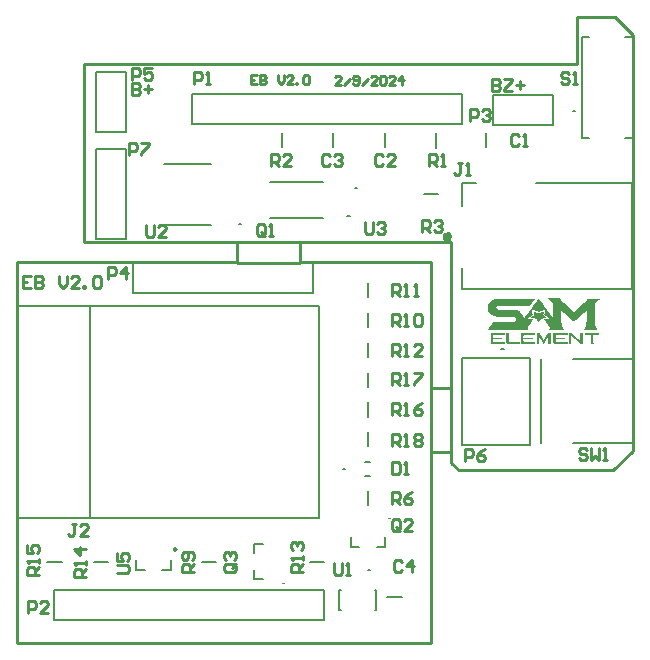
<source format=gto>
G04*
G04 #@! TF.GenerationSoftware,Altium Limited,Altium Designer,20.0.2 (26)*
G04*
G04 Layer_Color=65535*
%FSLAX25Y25*%
%MOIN*%
G70*
G01*
G75*
%ADD10C,0.00787*%
%ADD11C,0.01575*%
%ADD12C,0.00984*%
%ADD13C,0.00000*%
%ADD14C,0.00500*%
%ADD15C,0.01000*%
G36*
X212020Y161820D02*
Y161660D01*
Y161500D01*
Y161340D01*
X211860D01*
Y161180D01*
Y161020D01*
Y160860D01*
Y160700D01*
X212020D01*
X212020Y160540D01*
X212180D01*
Y160380D01*
X212500D01*
Y160220D01*
X212660D01*
Y160060D01*
X212980D01*
Y159900D01*
X212820D01*
Y159740D01*
X211700D01*
Y159580D01*
X211220D01*
Y159420D01*
X211060D01*
Y159260D01*
Y159100D01*
X210900D01*
Y158940D01*
X210740Y158940D01*
Y158780D01*
X210580Y158780D01*
Y158620D01*
X210260Y158620D01*
Y158780D01*
X210100Y158780D01*
Y158940D01*
X209940D01*
Y159100D01*
X209780D01*
Y159260D01*
Y159420D01*
X209620D01*
X209620Y159580D01*
X209140D01*
Y159740D01*
X208020D01*
Y159900D01*
X207860D01*
Y160060D01*
X208180D01*
Y160220D01*
X208340D01*
Y160380D01*
X208660D01*
Y160540D01*
X208820D01*
X208820Y160700D01*
X208980D01*
Y160860D01*
Y161020D01*
Y161180D01*
Y161340D01*
X208820D01*
Y161500D01*
Y161660D01*
Y161820D01*
Y161980D01*
X209140D01*
Y161820D01*
X209620D01*
Y161660D01*
X210260Y161660D01*
Y161500D01*
X210740D01*
Y161660D01*
X211220Y161660D01*
Y161820D01*
X211700Y161820D01*
Y161980D01*
X212020D01*
Y161820D01*
D02*
G37*
G36*
X217619Y166300D02*
X217779D01*
Y166140D01*
X217779Y165980D01*
X217779Y165820D01*
X217939D01*
Y165660D01*
X218099D01*
Y165500D01*
X218259D01*
Y165340D01*
X218419D01*
Y165180D01*
X218579D01*
Y165020D01*
X218739D01*
X218739Y164860D01*
X218899D01*
X218899Y164700D01*
X219059D01*
X219059Y164540D01*
X219219D01*
Y164380D01*
X219379D01*
Y164220D01*
X219539D01*
Y164060D01*
X219699D01*
Y163900D01*
X220019D01*
Y163740D01*
X220179Y163740D01*
Y163580D01*
X220339D01*
Y163420D01*
X220499D01*
Y163260D01*
X220659D01*
Y163100D01*
X220819D01*
Y162940D01*
X220979D01*
Y162780D01*
X221139D01*
Y162620D01*
X221299D01*
Y162460D01*
X221459D01*
Y162300D01*
X221619Y162300D01*
Y162140D01*
X221779D01*
Y161980D01*
X221939D01*
Y161820D01*
X222259Y161820D01*
X222259Y161980D01*
X222419D01*
X222419Y162140D01*
X222739D01*
Y162300D01*
X222899D01*
Y162460D01*
X223059D01*
Y162620D01*
X223219D01*
Y162780D01*
X223379D01*
Y162940D01*
X223539D01*
Y163100D01*
X223699D01*
Y163260D01*
X223859D01*
Y163420D01*
X224019D01*
Y163580D01*
X224179D01*
Y163740D01*
X224339D01*
Y163900D01*
X224499D01*
Y164060D01*
X224819D01*
Y164220D01*
X224979D01*
Y164380D01*
X225139D01*
Y164540D01*
X225299D01*
Y164700D01*
X225459D01*
Y164860D01*
X225619D01*
Y165020D01*
X225779D01*
Y165180D01*
X225939D01*
Y165340D01*
X226099D01*
Y165500D01*
X226259D01*
Y165660D01*
X226419D01*
Y165820D01*
X226579D01*
Y165980D01*
Y166140D01*
Y166300D01*
X231219D01*
Y166140D01*
X230899D01*
Y165980D01*
X230579D01*
Y165820D01*
X230259Y165820D01*
Y165660D01*
X230099D01*
Y165500D01*
X229939D01*
Y165340D01*
X229779D01*
Y165180D01*
X229619D01*
Y165020D01*
X229459D01*
Y164860D01*
Y164700D01*
X229299D01*
X229299Y164540D01*
Y164380D01*
Y164220D01*
Y164060D01*
X229139D01*
Y163900D01*
Y163740D01*
Y163580D01*
Y163420D01*
Y163260D01*
Y163100D01*
Y162940D01*
Y162780D01*
Y162620D01*
Y162460D01*
Y162300D01*
Y162140D01*
Y161980D01*
Y161820D01*
Y161660D01*
Y161500D01*
Y161340D01*
Y161180D01*
Y161020D01*
Y160860D01*
Y160700D01*
X229139Y160540D01*
Y160380D01*
Y160220D01*
Y160060D01*
Y159900D01*
Y159740D01*
Y159580D01*
X229139Y159420D01*
Y159260D01*
Y159100D01*
Y158940D01*
Y158780D01*
Y158620D01*
Y158460D01*
Y158300D01*
Y158140D01*
Y157980D01*
X229299D01*
Y157820D01*
Y157660D01*
Y157500D01*
Y157340D01*
Y157180D01*
X229459Y157180D01*
Y157020D01*
Y156860D01*
Y156700D01*
X229619D01*
Y156540D01*
Y156380D01*
X229779D01*
Y156220D01*
Y156060D01*
X229939D01*
Y155900D01*
X225459D01*
Y156060D01*
X225619D01*
Y156220D01*
X225779Y156220D01*
Y156380D01*
Y156540D01*
X225939Y156540D01*
Y156700D01*
Y156860D01*
X226099Y156860D01*
Y157020D01*
Y157180D01*
Y157340D01*
Y157500D01*
X226259D01*
Y157660D01*
Y157820D01*
Y157980D01*
Y158140D01*
Y158300D01*
Y158460D01*
Y158620D01*
X226419D01*
Y158780D01*
Y158940D01*
Y159100D01*
Y159260D01*
Y159420D01*
Y159580D01*
Y159740D01*
Y159900D01*
Y160060D01*
Y160220D01*
Y160380D01*
Y160540D01*
Y160700D01*
Y160860D01*
Y161020D01*
Y161180D01*
Y161340D01*
Y161500D01*
Y161660D01*
Y161820D01*
Y161980D01*
Y162140D01*
X226099D01*
Y161980D01*
X225939Y161980D01*
Y161820D01*
X225779D01*
Y161660D01*
X225459Y161660D01*
Y161500D01*
X225299D01*
Y161340D01*
X225139D01*
Y161180D01*
X224979D01*
Y161020D01*
X224819Y161020D01*
Y160860D01*
X224659D01*
Y160700D01*
X224499D01*
X224499Y160540D01*
X224179D01*
Y160380D01*
X224019D01*
Y160220D01*
X223859D01*
Y160060D01*
X223699D01*
Y159900D01*
X223539D01*
Y159740D01*
X223379D01*
Y159580D01*
X223219D01*
Y159420D01*
X223059D01*
Y159260D01*
X222739D01*
Y159100D01*
X222579D01*
X222579Y158940D01*
X222419D01*
Y158780D01*
X222259D01*
Y158620D01*
X222099D01*
Y158780D01*
X221779D01*
Y158940D01*
X221619D01*
Y159100D01*
X221459D01*
Y159260D01*
X221299D01*
Y159420D01*
X221139D01*
Y159580D01*
X220979D01*
Y159740D01*
X220819D01*
Y159900D01*
X220659D01*
Y160060D01*
X220499D01*
Y160220D01*
X220339D01*
Y160380D01*
X220019D01*
Y160540D01*
X219859D01*
Y160700D01*
X219699D01*
Y160860D01*
X219539D01*
Y161020D01*
X219379D01*
Y161180D01*
X219219D01*
Y161340D01*
X219059D01*
Y161500D01*
X218899D01*
Y161660D01*
X218579D01*
Y161820D01*
X218419D01*
Y161980D01*
X218259D01*
Y162140D01*
X217939D01*
Y161980D01*
Y161820D01*
Y161660D01*
Y161500D01*
Y161340D01*
Y161180D01*
Y161020D01*
Y160860D01*
Y160700D01*
Y160540D01*
Y160380D01*
Y160220D01*
Y160060D01*
Y159900D01*
Y159740D01*
Y159580D01*
Y159420D01*
Y159260D01*
Y159100D01*
Y158940D01*
Y158780D01*
Y158620D01*
Y158460D01*
Y158300D01*
Y158140D01*
X218099D01*
Y157980D01*
Y157820D01*
Y157660D01*
Y157500D01*
Y157340D01*
X218259D01*
Y157180D01*
Y157020D01*
Y156860D01*
X218419D01*
Y156700D01*
Y156540D01*
X218579D01*
Y156380D01*
Y156220D01*
X218739D01*
Y156060D01*
X218899D01*
Y155900D01*
X213939D01*
Y156060D01*
X214100D01*
Y156220D01*
Y156380D01*
Y156540D01*
Y156700D01*
Y156860D01*
X213939D01*
Y157020D01*
Y157180D01*
X213779D01*
Y157340D01*
X213619Y157340D01*
Y157500D01*
Y157660D01*
X213459D01*
Y157820D01*
X213299D01*
Y157980D01*
Y158140D01*
X213140D01*
Y158300D01*
X212980D01*
X212980Y158460D01*
X212820D01*
Y158620D01*
Y158780D01*
X212660D01*
Y158940D01*
X212500D01*
X212500Y159100D01*
Y159260D01*
X212340D01*
Y159420D01*
X213299D01*
Y159580D01*
X213939D01*
Y159740D01*
X213779D01*
Y159900D01*
X213619D01*
Y160060D01*
X213299D01*
Y160220D01*
X213140D01*
Y160380D01*
X212980D01*
Y160540D01*
X212660D01*
Y160700D01*
X212500D01*
Y160860D01*
X212340D01*
X212340Y161020D01*
Y161180D01*
Y161340D01*
X212500D01*
Y161500D01*
Y161660D01*
X212500Y161820D01*
X212500Y161980D01*
X212500Y162140D01*
Y162300D01*
X212660D01*
Y162460D01*
Y162620D01*
X212180Y162620D01*
Y162460D01*
X211700D01*
Y162300D01*
X211220Y162300D01*
Y162140D01*
X210740D01*
Y161980D01*
X210100Y161980D01*
Y162140D01*
X209620Y162140D01*
Y162300D01*
X209140D01*
Y162460D01*
X208660D01*
Y162620D01*
X208180D01*
Y162460D01*
Y162300D01*
X208340D01*
Y162140D01*
X208340Y161980D01*
X208340Y161820D01*
X208340Y161660D01*
Y161500D01*
Y161340D01*
X208500D01*
Y161180D01*
Y161020D01*
X208500Y160860D01*
X208340D01*
Y160700D01*
X208180D01*
Y160540D01*
X207860D01*
Y160380D01*
X207700D01*
Y160220D01*
X207540D01*
Y160060D01*
X207220D01*
Y159900D01*
X206900D01*
Y159740D01*
Y159580D01*
X207540D01*
Y159420D01*
X208500D01*
Y159260D01*
X208340D01*
Y159100D01*
X208340Y158940D01*
X208180D01*
Y158780D01*
X208020D01*
Y158620D01*
Y158460D01*
X207860D01*
Y158300D01*
X207700D01*
Y158140D01*
Y157980D01*
X207540D01*
Y157820D01*
X207380Y157820D01*
Y157660D01*
X207220D01*
Y157500D01*
Y157340D01*
X207060Y157340D01*
Y157180D01*
X206900D01*
Y157020D01*
Y156860D01*
Y156700D01*
X206740D01*
Y156540D01*
Y156380D01*
Y156220D01*
Y156060D01*
X206900D01*
Y155900D01*
X193621D01*
Y156060D01*
X193621Y156220D01*
X193781D01*
Y156380D01*
X193940D01*
Y156540D01*
Y156700D01*
X194100D01*
Y156860D01*
X194261D01*
Y157020D01*
Y157180D01*
X194421D01*
Y157340D01*
X194580Y157340D01*
Y157500D01*
Y157660D01*
X194740D01*
Y157820D01*
X194900D01*
Y157980D01*
Y158140D01*
X195060D01*
Y158300D01*
Y158460D01*
X202260Y158460D01*
Y158620D01*
X202580D01*
Y158780D01*
X202740D01*
Y158940D01*
X202900D01*
Y159100D01*
Y159260D01*
Y159420D01*
Y159580D01*
Y159740D01*
X202740D01*
Y159900D01*
X202580D01*
Y160060D01*
X202100D01*
Y160220D01*
X196020D01*
Y160380D01*
X195380D01*
Y160540D01*
X195060D01*
Y160700D01*
X194740D01*
Y160860D01*
X194580D01*
Y161020D01*
X194421D01*
Y161180D01*
X194100D01*
Y161340D01*
Y161500D01*
X193940D01*
Y161660D01*
X193781D01*
X193781Y161820D01*
X193781Y161980D01*
X193621D01*
X193621Y162140D01*
Y162300D01*
Y162460D01*
X193461D01*
Y162620D01*
Y162780D01*
Y162940D01*
Y163100D01*
X193461Y163260D01*
X193461Y163420D01*
X193461Y163580D01*
Y163740D01*
Y163900D01*
X193461Y164060D01*
X193621D01*
Y164220D01*
Y164380D01*
Y164540D01*
X193781D01*
Y164700D01*
Y164860D01*
X193940D01*
X193940Y165020D01*
X194100D01*
Y165180D01*
X194261D01*
Y165340D01*
X194421D01*
X194421Y165500D01*
X194580D01*
Y165660D01*
X194740D01*
Y165820D01*
X195060Y165820D01*
Y165980D01*
X195380D01*
Y166140D01*
X195860D01*
Y166300D01*
X209300Y166300D01*
Y166140D01*
X209140D01*
Y165980D01*
X208980D01*
Y165820D01*
X208820D01*
Y165660D01*
Y165500D01*
X208660D01*
Y165340D01*
X208500D01*
Y165180D01*
X208340D01*
Y165020D01*
X208180D01*
Y164860D01*
Y164700D01*
X208020D01*
Y164540D01*
X207860D01*
Y164380D01*
X207700D01*
Y164220D01*
X207540D01*
Y164060D01*
X207540Y163900D01*
X207380D01*
Y163740D01*
X196660D01*
Y163580D01*
X196500D01*
Y163420D01*
X196340D01*
Y163260D01*
Y163100D01*
X196500D01*
Y162940D01*
Y162780D01*
X196820D01*
Y162620D01*
X202900Y162620D01*
Y162460D01*
X203380D01*
Y162300D01*
X203700D01*
Y162140D01*
X204020Y162140D01*
Y161980D01*
X204180D01*
Y161820D01*
X204340Y161820D01*
Y161660D01*
X204500D01*
Y161500D01*
X204660D01*
Y161340D01*
X204820D01*
Y161180D01*
X204980D01*
Y161020D01*
Y160860D01*
X205140D01*
Y160700D01*
Y160540D01*
X205300D01*
Y160380D01*
Y160220D01*
Y160060D01*
X205460D01*
Y159900D01*
X205300D01*
Y159740D01*
X205620D01*
Y159900D01*
X205780D01*
Y160060D01*
X205940D01*
Y160220D01*
Y160380D01*
X206100D01*
Y160540D01*
X206260D01*
Y160700D01*
X206420D01*
Y160860D01*
Y161020D01*
X206580D01*
Y161180D01*
X206740D01*
Y161340D01*
X206900D01*
Y161500D01*
Y161660D01*
X207060D01*
Y161820D01*
X207220Y161820D01*
X207220Y161980D01*
X207220Y162140D01*
X207380Y162140D01*
Y162300D01*
X207540Y162300D01*
Y162460D01*
X207700D01*
Y162620D01*
Y162780D01*
X207860D01*
Y162940D01*
X208020D01*
Y163100D01*
X208180D01*
Y163260D01*
Y163420D01*
X208340D01*
X208340Y163580D01*
X208500D01*
Y163740D01*
X208660D01*
Y163900D01*
X208660Y164060D01*
X208820D01*
Y164220D01*
X208980D01*
Y164380D01*
Y164540D01*
X209140D01*
X209140Y164700D01*
X209300D01*
X209300Y164860D01*
X209460D01*
Y165020D01*
Y165180D01*
X209620D01*
Y165340D01*
X209780D01*
Y165500D01*
X209940D01*
Y165660D01*
Y165820D01*
X210100D01*
Y165980D01*
X210260D01*
Y166140D01*
X210420D01*
Y166300D01*
X210580Y166300D01*
Y166140D01*
Y165980D01*
X210740D01*
Y165820D01*
X210900Y165820D01*
Y165660D01*
Y165500D01*
X211060D01*
Y165340D01*
X211220D01*
Y165180D01*
X211380D01*
Y165020D01*
Y164860D01*
X211540D01*
Y164700D01*
X211700D01*
X211700Y164540D01*
X211860D01*
Y164380D01*
Y164220D01*
X212020D01*
Y164060D01*
X212180D01*
Y163900D01*
X212340D01*
Y163740D01*
Y163580D01*
X212500D01*
X212500Y163420D01*
X212660D01*
X212660Y163260D01*
X212660Y163100D01*
X212820D01*
Y162940D01*
X212980D01*
Y162780D01*
X213140D01*
Y162620D01*
Y162460D01*
X213299D01*
Y162300D01*
X213459D01*
Y162140D01*
X213619D01*
Y161980D01*
Y161820D01*
X213779Y161820D01*
Y161660D01*
X213939D01*
Y161500D01*
X214100D01*
Y161340D01*
Y161180D01*
X214260D01*
Y161020D01*
X214420D01*
Y160860D01*
Y160700D01*
X214580D01*
Y160540D01*
X214739D01*
Y160380D01*
X214899D01*
Y160220D01*
X215059D01*
Y160060D01*
X215219D01*
Y160220D01*
Y160380D01*
Y160540D01*
Y160700D01*
Y160860D01*
Y161020D01*
Y161180D01*
Y161340D01*
Y161500D01*
Y161660D01*
Y161820D01*
Y161980D01*
Y162140D01*
Y162300D01*
Y162460D01*
Y162620D01*
Y162780D01*
Y162940D01*
Y163100D01*
Y163260D01*
Y163420D01*
Y163580D01*
Y163740D01*
Y163900D01*
Y164060D01*
Y164220D01*
Y164380D01*
Y164540D01*
Y164700D01*
Y164860D01*
X215059D01*
Y165020D01*
X214899D01*
Y165180D01*
X214739D01*
Y165340D01*
X214580D01*
Y165500D01*
X214260D01*
Y165660D01*
X214100D01*
Y165820D01*
X213939D01*
Y165980D01*
X213779D01*
Y166140D01*
X213619D01*
Y166300D01*
X213459D01*
Y166460D01*
X217619D01*
Y166300D01*
D02*
G37*
G36*
X214420Y154780D02*
Y154620D01*
X214420Y154460D01*
Y154300D01*
Y154140D01*
Y153980D01*
Y153820D01*
Y153660D01*
Y153500D01*
Y153340D01*
Y153180D01*
Y153020D01*
Y152860D01*
Y152700D01*
Y152541D01*
Y152381D01*
Y152220D01*
Y152060D01*
Y151900D01*
Y151741D01*
Y151581D01*
Y151420D01*
Y151260D01*
X213619D01*
Y151420D01*
Y151581D01*
Y151741D01*
Y151900D01*
Y152060D01*
Y152220D01*
Y152381D01*
Y152541D01*
Y152700D01*
Y152860D01*
Y153021D01*
Y153180D01*
Y153340D01*
X213459D01*
Y153180D01*
X213299D01*
Y153021D01*
X213140D01*
Y152860D01*
Y152700D01*
X212980D01*
Y152541D01*
Y152381D01*
X212820D01*
Y152220D01*
X212660D01*
Y152060D01*
X212660Y151900D01*
X212500D01*
X212500Y151741D01*
X212500Y151581D01*
X212340D01*
Y151420D01*
Y151260D01*
X211860D01*
Y151420D01*
Y151581D01*
X211700D01*
Y151741D01*
X211540Y151741D01*
Y151900D01*
Y152060D01*
X211380D01*
Y152220D01*
Y152381D01*
X211220D01*
Y152541D01*
X211060D01*
Y152700D01*
Y152860D01*
X210900D01*
Y153021D01*
Y153180D01*
X210740Y153181D01*
Y153340D01*
X210580D01*
Y153180D01*
Y153021D01*
Y152860D01*
Y152700D01*
Y152541D01*
Y152381D01*
Y152220D01*
Y152060D01*
Y151900D01*
Y151741D01*
Y151581D01*
Y151420D01*
Y151260D01*
X209780D01*
Y151420D01*
Y151581D01*
Y151741D01*
Y151900D01*
Y152060D01*
Y152220D01*
Y152381D01*
Y152541D01*
Y152700D01*
Y152860D01*
Y153021D01*
Y153180D01*
Y153340D01*
Y153500D01*
Y153660D01*
Y153820D01*
Y153980D01*
Y154140D01*
Y154300D01*
Y154460D01*
Y154620D01*
Y154780D01*
Y154940D01*
X210580D01*
Y154780D01*
X210740D01*
Y154620D01*
X210900D01*
Y154460D01*
Y154300D01*
X211060D01*
Y154140D01*
Y153980D01*
X211220D01*
Y153820D01*
X211380D01*
Y153660D01*
Y153500D01*
X211540D01*
Y153340D01*
Y153180D01*
X211700D01*
Y153020D01*
X211860D01*
Y152860D01*
Y152700D01*
Y152541D01*
X212180D01*
Y152700D01*
X212340D01*
Y152860D01*
Y153021D01*
X212500D01*
X212500Y153180D01*
X212500Y153340D01*
X212660D01*
X212660Y153500D01*
X212820D01*
Y153660D01*
Y153820D01*
X212980D01*
Y153980D01*
Y154140D01*
X213140D01*
Y154300D01*
X213299D01*
Y154460D01*
Y154620D01*
X213459D01*
Y154780D01*
Y154940D01*
X214420D01*
Y154780D01*
D02*
G37*
G36*
X225139D02*
Y154620D01*
Y154460D01*
Y154300D01*
Y154140D01*
Y153980D01*
Y153820D01*
Y153660D01*
Y153500D01*
Y153340D01*
Y153181D01*
Y153021D01*
Y152860D01*
Y152700D01*
Y152541D01*
Y152381D01*
Y152220D01*
Y152060D01*
Y151900D01*
Y151741D01*
Y151581D01*
Y151420D01*
Y151260D01*
X224019Y151260D01*
Y151420D01*
X223859D01*
Y151581D01*
X223699D01*
Y151741D01*
X223539D01*
Y151900D01*
X223379D01*
Y152060D01*
X223219D01*
Y152220D01*
X223059D01*
Y152381D01*
X222899D01*
Y152541D01*
X222739D01*
Y152700D01*
X222579D01*
Y152860D01*
X222419D01*
Y153021D01*
X222259D01*
X222259Y153180D01*
X222099D01*
X222099Y153340D01*
X221939Y153340D01*
Y153500D01*
X221779D01*
Y153660D01*
X221619D01*
Y153820D01*
X221459D01*
Y153980D01*
X221299D01*
Y153820D01*
Y153660D01*
Y153500D01*
Y153340D01*
Y153180D01*
Y153021D01*
Y152860D01*
Y152700D01*
Y152541D01*
Y152381D01*
Y152220D01*
Y152060D01*
Y151900D01*
Y151741D01*
Y151581D01*
Y151420D01*
Y151260D01*
X220499Y151260D01*
Y151420D01*
Y151581D01*
Y151741D01*
Y151900D01*
Y152060D01*
Y152220D01*
Y152381D01*
Y152541D01*
Y152700D01*
Y152860D01*
Y153021D01*
Y153181D01*
Y153340D01*
Y153500D01*
Y153660D01*
Y153820D01*
Y153980D01*
Y154140D01*
Y154300D01*
Y154460D01*
Y154620D01*
Y154780D01*
Y154940D01*
X221459D01*
Y154780D01*
X221619D01*
Y154620D01*
X221779D01*
X221779Y154460D01*
X221939D01*
Y154300D01*
X222099D01*
X222099Y154140D01*
X222259D01*
Y153980D01*
X222419D01*
Y153820D01*
X222579D01*
Y153660D01*
X222739D01*
Y153500D01*
X222899D01*
X222899Y153340D01*
X223059D01*
X223059Y153180D01*
X223219D01*
Y153021D01*
X223379D01*
Y152860D01*
X223539Y152860D01*
Y152700D01*
X223699D01*
Y152541D01*
X223859D01*
Y152381D01*
X224019D01*
Y152220D01*
X224179D01*
Y152060D01*
X224339D01*
Y152220D01*
Y152381D01*
Y152541D01*
Y152700D01*
Y152860D01*
Y153021D01*
Y153180D01*
Y153340D01*
Y153500D01*
Y153660D01*
Y153820D01*
Y153980D01*
Y154140D01*
Y154300D01*
Y154460D01*
Y154620D01*
Y154780D01*
Y154940D01*
X225139D01*
Y154780D01*
D02*
G37*
G36*
X200500D02*
Y154620D01*
Y154460D01*
Y154300D01*
Y154140D01*
Y153980D01*
Y153820D01*
Y153660D01*
Y153500D01*
Y153340D01*
Y153181D01*
Y153021D01*
Y152860D01*
Y152700D01*
Y152541D01*
Y152381D01*
Y152220D01*
Y152060D01*
Y151900D01*
X204340Y151900D01*
Y151741D01*
X204180Y151741D01*
Y151581D01*
Y151420D01*
X204340D01*
Y151260D01*
X199700D01*
Y151420D01*
X199540D01*
Y151581D01*
Y151741D01*
Y151900D01*
Y152060D01*
Y152220D01*
Y152381D01*
Y152541D01*
Y152700D01*
Y152860D01*
Y153021D01*
Y153180D01*
Y153340D01*
Y153500D01*
Y153660D01*
Y153820D01*
Y153980D01*
Y154140D01*
Y154300D01*
Y154460D01*
Y154620D01*
Y154780D01*
Y154940D01*
X200500D01*
Y154780D01*
D02*
G37*
G36*
X230579D02*
Y154620D01*
Y154460D01*
Y154300D01*
X228979D01*
Y154140D01*
X228659D01*
Y153980D01*
Y153820D01*
Y153660D01*
Y153500D01*
Y153340D01*
Y153180D01*
Y153020D01*
Y152860D01*
Y152700D01*
Y152541D01*
Y152381D01*
Y152220D01*
Y152060D01*
Y151900D01*
Y151741D01*
Y151581D01*
Y151420D01*
X228819D01*
Y151260D01*
X227859D01*
Y151420D01*
Y151581D01*
X227859Y151741D01*
X227859Y151900D01*
X227859Y152060D01*
Y152220D01*
Y152381D01*
Y152541D01*
Y152700D01*
Y152860D01*
Y153021D01*
X227859Y153180D01*
X227859Y153340D01*
X227859Y153500D01*
Y153660D01*
Y153820D01*
Y153980D01*
Y154140D01*
X227699D01*
X227699Y154300D01*
X225939D01*
Y154460D01*
Y154620D01*
Y154780D01*
Y154940D01*
X230579D01*
Y154780D01*
D02*
G37*
G36*
X209300D02*
X209140D01*
Y154620D01*
X209140Y154460D01*
X209300D01*
Y154300D01*
X205620D01*
Y154140D01*
X205460D01*
Y153980D01*
X205300Y153980D01*
Y153820D01*
Y153660D01*
Y153500D01*
Y153340D01*
X208500D01*
X208500Y153180D01*
X208500Y153021D01*
Y152860D01*
Y152700D01*
X205300D01*
Y152541D01*
Y152381D01*
Y152220D01*
Y152060D01*
X205460D01*
Y151900D01*
X209300Y151900D01*
Y151741D01*
X209140D01*
Y151581D01*
Y151420D01*
X209300D01*
Y151260D01*
X204660D01*
Y151420D01*
X204500D01*
Y151581D01*
Y151741D01*
Y151900D01*
Y152060D01*
Y152220D01*
Y152381D01*
Y152541D01*
Y152700D01*
Y152860D01*
Y153021D01*
Y153180D01*
Y153340D01*
Y153500D01*
Y153660D01*
Y153820D01*
Y153980D01*
Y154140D01*
Y154300D01*
Y154460D01*
Y154620D01*
Y154780D01*
X204820D01*
Y154940D01*
X209300D01*
Y154780D01*
D02*
G37*
G36*
X199060D02*
Y154620D01*
X199060Y154460D01*
Y154300D01*
X195380D01*
Y154140D01*
X195220Y154140D01*
Y153980D01*
Y153820D01*
Y153660D01*
Y153500D01*
Y153340D01*
X198260D01*
X198260Y153180D01*
X198260Y153021D01*
Y152860D01*
Y152700D01*
X195220D01*
Y152541D01*
Y152381D01*
Y152220D01*
Y152060D01*
Y151900D01*
X199060D01*
Y151741D01*
Y151581D01*
Y151420D01*
Y151260D01*
X194421D01*
Y151420D01*
Y151581D01*
Y151741D01*
Y151900D01*
Y152060D01*
Y152220D01*
Y152381D01*
Y152541D01*
Y152700D01*
Y152860D01*
Y153020D01*
Y153180D01*
Y153340D01*
Y153500D01*
Y153660D01*
Y153820D01*
Y153980D01*
Y154140D01*
Y154300D01*
Y154460D01*
X194421Y154620D01*
Y154780D01*
X194740D01*
Y154940D01*
X199060D01*
Y154780D01*
D02*
G37*
G36*
X220019D02*
Y154620D01*
Y154460D01*
Y154300D01*
X216339D01*
Y154140D01*
X216019D01*
Y153980D01*
Y153820D01*
Y153660D01*
Y153500D01*
Y153340D01*
X219219Y153340D01*
Y153180D01*
Y153020D01*
Y152860D01*
Y152700D01*
X216019D01*
Y152541D01*
Y152381D01*
Y152220D01*
Y152060D01*
X216179D01*
Y151900D01*
X220019D01*
Y151741D01*
Y151581D01*
Y151420D01*
Y151260D01*
X215379Y151260D01*
Y151420D01*
X215219Y151420D01*
Y151581D01*
Y151741D01*
Y151900D01*
Y152060D01*
Y152220D01*
Y152381D01*
Y152541D01*
Y152700D01*
Y152860D01*
Y153021D01*
Y153180D01*
Y153340D01*
Y153500D01*
Y153660D01*
Y153820D01*
Y153980D01*
Y154140D01*
Y154300D01*
Y154460D01*
Y154620D01*
Y154780D01*
X215539D01*
Y154940D01*
X220019D01*
Y154780D01*
D02*
G37*
D10*
X154234Y75721D02*
X153446D01*
X154234D01*
X145823Y109627D02*
X145035D01*
X145823D01*
X222670Y228852D02*
X221883D01*
X222670D01*
X198761Y149580D02*
X197973D01*
X198761D01*
X149991Y203040D02*
X149204D01*
X149991D01*
X147415Y193887D02*
X146628D01*
X147415D01*
X111194Y191138D02*
X110406D01*
X111194D01*
X63000Y186200D02*
Y216200D01*
Y186200D02*
X73000D01*
Y216200D01*
X63000D02*
X73000D01*
X49000Y59100D02*
Y69100D01*
X139000D01*
Y59100D02*
Y69100D01*
X49000Y59100D02*
X139000D01*
X94800Y224600D02*
Y234600D01*
X184800D01*
Y224600D02*
Y234600D01*
X94800Y224600D02*
X184800D01*
X159961Y66800D02*
X164685D01*
X152516Y111989D02*
X154091D01*
X152516Y107265D02*
X154091D01*
X153500Y117095D02*
Y121819D01*
X195300Y234100D02*
X215300D01*
X195300Y224100D02*
Y234100D01*
Y224100D02*
X215300D01*
Y234100D01*
X192800Y216738D02*
Y221462D01*
X134105Y78600D02*
X138830D01*
X76095Y75713D02*
X79244D01*
X76095D02*
Y79256D01*
X84756Y75713D02*
X87906D01*
Y79256D01*
X98138Y78600D02*
X102862D01*
X46638Y78600D02*
X51362D01*
X62138Y78600D02*
X66862D01*
X153500Y97474D02*
Y102198D01*
Y146881D02*
Y151605D01*
Y166738D02*
Y171462D01*
Y156809D02*
Y161534D01*
Y136952D02*
Y141676D01*
X153400Y127023D02*
Y131748D01*
X159100Y216738D02*
Y221462D01*
X141800Y216738D02*
Y221462D01*
X176200Y216638D02*
Y221362D01*
X172138Y201100D02*
X176862D01*
X124700Y216738D02*
Y221462D01*
X135100Y168100D02*
Y178100D01*
X75100Y168100D02*
Y178100D01*
X135100D01*
X75100Y168100D02*
X135100D01*
X63000Y221900D02*
X73000D01*
X63000D02*
Y241900D01*
X73000D01*
Y221900D02*
Y241900D01*
D11*
X180591Y187100D02*
X180047Y187849D01*
X179167Y187563D01*
Y186637D01*
X180047Y186351D01*
X180591Y187100D01*
D12*
X89579Y82898D02*
X88841Y83324D01*
Y82472D01*
X89579Y82898D01*
D13*
X125480Y71573D02*
X124693D01*
X125480D01*
X160880Y93290D02*
X160093D01*
X160880D01*
D14*
X156202Y62653D02*
Y69346D01*
X143998Y62653D02*
Y69346D01*
X144391D01*
X143998Y62653D02*
X144391D01*
X155809D02*
X156202D01*
X155809Y69346D02*
X156202D01*
X224835Y219797D02*
Y253655D01*
X241765Y219797D02*
Y253655D01*
X239284D02*
X241765D01*
X224835D02*
X227316D01*
X239284Y219797D02*
X241765D01*
X224835D02*
X227316D01*
X184981Y146667D02*
X207619D01*
Y117533D02*
Y146667D01*
X184981Y117533D02*
X207619D01*
X184981D02*
Y146667D01*
X61000Y93061D02*
X137024D01*
Y163927D01*
X61000D02*
X137024D01*
X61000Y93061D02*
Y163927D01*
X36630Y93061D02*
X61000D01*
X36630D02*
Y163927D01*
X61000D01*
X184922Y197139D02*
Y204817D01*
X209528D02*
X241615D01*
X184922Y169384D02*
Y176667D01*
Y204817D02*
X189450D01*
X184922Y169384D02*
X241615D01*
Y204817D01*
X115441Y72951D02*
Y75706D01*
Y81612D02*
Y84368D01*
X118591D01*
X115441Y72951D02*
X118591D01*
X156353Y83644D02*
X159109D01*
X147691D02*
X150447D01*
X147691D02*
Y86794D01*
X159109Y83644D02*
Y86794D01*
X221800Y118104D02*
X241997D01*
Y146096D01*
X221800D02*
X241997D01*
X211013Y118104D02*
Y146096D01*
X120683Y205265D02*
X138400D01*
X120683Y193335D02*
X138400D01*
X85426Y190961D02*
X101174D01*
X85426Y211039D02*
X101174D01*
D15*
X130800Y178600D02*
Y185100D01*
X174500Y136600D02*
Y178600D01*
Y115300D02*
Y136500D01*
X174500Y115300D02*
X174500D01*
X181300Y136500D02*
Y185100D01*
X181200Y136500D02*
X181300D01*
X181200Y115300D02*
Y136500D01*
Y111600D02*
Y115300D01*
Y111600D02*
X181300D01*
X36500Y178500D02*
Y178600D01*
Y178500D02*
X110000D01*
Y178300D02*
Y178500D01*
Y178300D02*
X130800D01*
Y178600D01*
X174500D01*
X130800Y185100D02*
X181300D01*
X110000D02*
X130800D01*
X59000D02*
X110000D01*
X130700D02*
X132700D01*
X174500Y136500D02*
X181200D01*
X174500Y115300D02*
X181200D01*
X110000Y178500D02*
Y185100D01*
X223300Y244600D02*
Y260100D01*
X235800D01*
X59000Y185100D02*
Y244600D01*
X174500Y51600D02*
Y115300D01*
X174000Y51600D02*
X174500D01*
X59000Y244600D02*
X222800Y244600D01*
X223300D01*
X36500Y51600D02*
X174000D01*
X36500D02*
Y178600D01*
X235800Y260100D02*
X241800Y254100D01*
Y115600D02*
Y254100D01*
X235300Y109100D02*
X241800Y115600D01*
X181300Y111600D02*
X183800Y109100D01*
X234300D01*
X235300D01*
X74900Y238099D02*
Y234100D01*
X76899D01*
X77566Y234766D01*
Y235433D01*
X76899Y236099D01*
X74900D01*
X76899D01*
X77566Y236766D01*
Y237432D01*
X76899Y238099D01*
X74900D01*
X78899Y236099D02*
X81564D01*
X80232Y237432D02*
Y234766D01*
X41066Y173899D02*
X38400D01*
Y169900D01*
X41066D01*
X38400Y171899D02*
X39733D01*
X42399Y173899D02*
Y169900D01*
X44398D01*
X45064Y170566D01*
Y171233D01*
X44398Y171899D01*
X42399D01*
X44398D01*
X45064Y172566D01*
Y173232D01*
X44398Y173899D01*
X42399D01*
X50396D02*
Y171233D01*
X51729Y169900D01*
X53062Y171233D01*
Y173899D01*
X57061Y169900D02*
X54395D01*
X57061Y172566D01*
Y173232D01*
X56394Y173899D01*
X55061D01*
X54395Y173232D01*
X58394Y169900D02*
Y170566D01*
X59060D01*
Y169900D01*
X58394D01*
X61726Y173232D02*
X62392Y173899D01*
X63725D01*
X64392Y173232D01*
Y170566D01*
X63725Y169900D01*
X62392D01*
X61726Y170566D01*
Y173232D01*
X144499Y237600D02*
X142500D01*
X144499Y239599D01*
Y240099D01*
X144000Y240599D01*
X143000D01*
X142500Y240099D01*
X145499Y237600D02*
X147498Y239599D01*
X148498Y238100D02*
X148998Y237600D01*
X149998D01*
X150497Y238100D01*
Y240099D01*
X149998Y240599D01*
X148998D01*
X148498Y240099D01*
Y239599D01*
X148998Y239100D01*
X150497D01*
X151497Y237600D02*
X153496Y239599D01*
X156495Y237600D02*
X154496D01*
X156495Y239599D01*
Y240099D01*
X155996Y240599D01*
X154996D01*
X154496Y240099D01*
X157495D02*
X157995Y240599D01*
X158995D01*
X159494Y240099D01*
Y238100D01*
X158995Y237600D01*
X157995D01*
X157495Y238100D01*
Y240099D01*
X162494Y237600D02*
X160494D01*
X162494Y239599D01*
Y240099D01*
X161994Y240599D01*
X160994D01*
X160494Y240099D01*
X164993Y237600D02*
Y240599D01*
X163493Y239100D01*
X165493D01*
X116399Y240699D02*
X114400D01*
Y237700D01*
X116399D01*
X114400Y239199D02*
X115400D01*
X117399Y240699D02*
Y237700D01*
X118899D01*
X119398Y238200D01*
Y238700D01*
X118899Y239199D01*
X117399D01*
X118899D01*
X119398Y239699D01*
Y240199D01*
X118899Y240699D01*
X117399D01*
X123397D02*
Y238700D01*
X124397Y237700D01*
X125396Y238700D01*
Y240699D01*
X128395Y237700D02*
X126396D01*
X128395Y239699D01*
Y240199D01*
X127896Y240699D01*
X126896D01*
X126396Y240199D01*
X129395Y237700D02*
Y238200D01*
X129895D01*
Y237700D01*
X129395D01*
X131894Y240199D02*
X132394Y240699D01*
X133394D01*
X133894Y240199D01*
Y238200D01*
X133394Y237700D01*
X132394D01*
X131894Y238200D01*
Y240199D01*
X194800Y239599D02*
Y235600D01*
X196799D01*
X197466Y236266D01*
Y236933D01*
X196799Y237599D01*
X194800D01*
X196799D01*
X197466Y238266D01*
Y238932D01*
X196799Y239599D01*
X194800D01*
X198799D02*
X201465D01*
Y238932D01*
X198799Y236266D01*
Y235600D01*
X201465D01*
X202797Y237599D02*
X205463D01*
X204130Y238932D02*
Y236266D01*
X74000Y214100D02*
Y218099D01*
X75999D01*
X76666Y217432D01*
Y216099D01*
X75999Y215433D01*
X74000D01*
X77999Y218099D02*
X80664D01*
Y217432D01*
X77999Y214766D01*
Y214100D01*
X40300Y61500D02*
Y65499D01*
X42299D01*
X42966Y64832D01*
Y63499D01*
X42299Y62833D01*
X40300D01*
X46964Y61500D02*
X44299D01*
X46964Y64166D01*
Y64832D01*
X46298Y65499D01*
X44965D01*
X44299Y64832D01*
X95400Y238000D02*
Y241999D01*
X97399D01*
X98066Y241332D01*
Y239999D01*
X97399Y239333D01*
X95400D01*
X99399Y238000D02*
X100732D01*
X100065D01*
Y241999D01*
X99399Y241332D01*
X164989Y78409D02*
X164322Y79076D01*
X162989D01*
X162323Y78409D01*
Y75743D01*
X162989Y75077D01*
X164322D01*
X164989Y75743D01*
X168321Y75077D02*
Y79076D01*
X166322Y77076D01*
X168988D01*
X142200Y78199D02*
Y74866D01*
X142867Y74200D01*
X144199D01*
X144866Y74866D01*
Y78199D01*
X146199Y74200D02*
X147532D01*
X146865D01*
Y78199D01*
X146199Y77532D01*
X161400Y117200D02*
Y121199D01*
X163399D01*
X164066Y120532D01*
Y119199D01*
X163399Y118533D01*
X161400D01*
X162733D02*
X164066Y117200D01*
X165399D02*
X166732D01*
X166065D01*
Y121199D01*
X165399Y120532D01*
X168731D02*
X169397Y121199D01*
X170730D01*
X171397Y120532D01*
Y119866D01*
X170730Y119199D01*
X171397Y118533D01*
Y117867D01*
X170730Y117200D01*
X169397D01*
X168731Y117867D01*
Y118533D01*
X169397Y119199D01*
X168731Y119866D01*
Y120532D01*
X169397Y119199D02*
X170730D01*
X161400Y111699D02*
Y107700D01*
X163399D01*
X164066Y108367D01*
Y111032D01*
X163399Y111699D01*
X161400D01*
X165399Y107700D02*
X166732D01*
X166065D01*
Y111699D01*
X165399Y111032D01*
X220466Y241332D02*
X219799Y241999D01*
X218466D01*
X217800Y241332D01*
Y240666D01*
X218466Y239999D01*
X219799D01*
X220466Y239333D01*
Y238666D01*
X219799Y238000D01*
X218466D01*
X217800Y238666D01*
X221799Y238000D02*
X223132D01*
X222465D01*
Y241999D01*
X221799Y241332D01*
X70001Y74969D02*
X73334D01*
X74000Y75635D01*
Y76968D01*
X73334Y77635D01*
X70001D01*
Y81633D02*
Y78967D01*
X72001D01*
X71334Y80300D01*
Y80967D01*
X72001Y81633D01*
X73334D01*
X74000Y80967D01*
Y79634D01*
X73334Y78967D01*
X152656Y191799D02*
Y188467D01*
X153323Y187800D01*
X154656D01*
X155322Y188467D01*
Y191799D01*
X156655Y191132D02*
X157322Y191799D01*
X158654D01*
X159321Y191132D01*
Y190466D01*
X158654Y189799D01*
X157988D01*
X158654D01*
X159321Y189133D01*
Y188467D01*
X158654Y187800D01*
X157322D01*
X156655Y188467D01*
X79400Y190899D02*
Y187566D01*
X80066Y186900D01*
X81399D01*
X82066Y187566D01*
Y190899D01*
X86064Y186900D02*
X83399D01*
X86064Y189566D01*
Y190232D01*
X85398Y190899D01*
X84065D01*
X83399Y190232D01*
X226466Y115932D02*
X225799Y116599D01*
X224466D01*
X223800Y115932D01*
Y115266D01*
X224466Y114599D01*
X225799D01*
X226466Y113933D01*
Y113267D01*
X225799Y112600D01*
X224466D01*
X223800Y113267D01*
X227799Y116599D02*
Y112600D01*
X229132Y113933D01*
X230465Y112600D01*
Y116599D01*
X231797Y112600D02*
X233130D01*
X232464D01*
Y116599D01*
X231797Y115932D01*
X161500Y137514D02*
Y141513D01*
X163499D01*
X164166Y140847D01*
Y139514D01*
X163499Y138847D01*
X161500D01*
X162833D02*
X164166Y137514D01*
X165499D02*
X166832D01*
X166165D01*
Y141513D01*
X165499Y140847D01*
X168831Y141513D02*
X171497D01*
Y140847D01*
X168831Y138181D01*
Y137514D01*
X161400Y127386D02*
Y131384D01*
X163399D01*
X164066Y130718D01*
Y129385D01*
X163399Y128719D01*
X161400D01*
X162733D02*
X164066Y127386D01*
X165399D02*
X166732D01*
X166065D01*
Y131384D01*
X165399Y130718D01*
X171397Y131384D02*
X170064Y130718D01*
X168731Y129385D01*
Y128052D01*
X169397Y127386D01*
X170730D01*
X171397Y128052D01*
Y128719D01*
X170730Y129385D01*
X168731D01*
X44000Y74100D02*
X40001D01*
Y76099D01*
X40668Y76766D01*
X42001D01*
X42667Y76099D01*
Y74100D01*
Y75433D02*
X44000Y76766D01*
Y78099D02*
Y79432D01*
Y78765D01*
X40001D01*
X40668Y78099D01*
X40001Y84097D02*
Y81431D01*
X42001D01*
X41334Y82764D01*
Y83430D01*
X42001Y84097D01*
X43334D01*
X44000Y83430D01*
Y82097D01*
X43334Y81431D01*
X59500Y73600D02*
X55501D01*
Y75599D01*
X56168Y76266D01*
X57501D01*
X58167Y75599D01*
Y73600D01*
Y74933D02*
X59500Y76266D01*
Y77599D02*
Y78932D01*
Y78265D01*
X55501D01*
X56168Y77599D01*
X59500Y82930D02*
X55501D01*
X57501Y80931D01*
Y83597D01*
X131967Y75100D02*
X127969D01*
Y77099D01*
X128635Y77766D01*
X129968D01*
X130635Y77099D01*
Y75100D01*
Y76433D02*
X131967Y77766D01*
Y79099D02*
Y80432D01*
Y79765D01*
X127969D01*
X128635Y79099D01*
Y82431D02*
X127969Y83097D01*
Y84430D01*
X128635Y85097D01*
X129302D01*
X129968Y84430D01*
Y83764D01*
Y84430D01*
X130635Y85097D01*
X131301D01*
X131967Y84430D01*
Y83097D01*
X131301Y82431D01*
X161500Y147243D02*
Y151242D01*
X163499D01*
X164166Y150575D01*
Y149242D01*
X163499Y148576D01*
X161500D01*
X162833D02*
X164166Y147243D01*
X165499D02*
X166832D01*
X166165D01*
Y151242D01*
X165499Y150575D01*
X171497Y147243D02*
X168831D01*
X171497Y149909D01*
Y150575D01*
X170830Y151242D01*
X169497D01*
X168831Y150575D01*
X161500Y167100D02*
Y171099D01*
X163499D01*
X164166Y170432D01*
Y169099D01*
X163499Y168433D01*
X161500D01*
X162833D02*
X164166Y167100D01*
X165499D02*
X166832D01*
X166165D01*
Y171099D01*
X165499Y170432D01*
X168831Y167100D02*
X170164D01*
X169497D01*
Y171099D01*
X168831Y170432D01*
X161500Y157171D02*
Y161170D01*
X163499D01*
X164166Y160504D01*
Y159171D01*
X163499Y158504D01*
X161500D01*
X162833D02*
X164166Y157171D01*
X165499D02*
X166832D01*
X166165D01*
Y161170D01*
X165499Y160504D01*
X168831D02*
X169497Y161170D01*
X170830D01*
X171497Y160504D01*
Y157838D01*
X170830Y157171D01*
X169497D01*
X168831Y157838D01*
Y160504D01*
X95500Y75100D02*
X91501D01*
Y77099D01*
X92168Y77766D01*
X93501D01*
X94167Y77099D01*
Y75100D01*
Y76433D02*
X95500Y77766D01*
X94834Y79099D02*
X95500Y79765D01*
Y81098D01*
X94834Y81765D01*
X92168D01*
X91501Y81098D01*
Y79765D01*
X92168Y79099D01*
X92834D01*
X93501Y79765D01*
Y81765D01*
X161500Y97836D02*
Y101835D01*
X163499D01*
X164166Y101168D01*
Y99835D01*
X163499Y99169D01*
X161500D01*
X162833D02*
X164166Y97836D01*
X168165Y101835D02*
X166832Y101168D01*
X165499Y99835D01*
Y98502D01*
X166165Y97836D01*
X167498D01*
X168165Y98502D01*
Y99169D01*
X167498Y99835D01*
X165499D01*
X171400Y188600D02*
Y192599D01*
X173399D01*
X174066Y191932D01*
Y190599D01*
X173399Y189933D01*
X171400D01*
X172733D02*
X174066Y188600D01*
X175399Y191932D02*
X176065Y192599D01*
X177398D01*
X178065Y191932D01*
Y191266D01*
X177398Y190599D01*
X176732D01*
X177398D01*
X178065Y189933D01*
Y189267D01*
X177398Y188600D01*
X176065D01*
X175399Y189267D01*
X121200Y210600D02*
Y214599D01*
X123199D01*
X123866Y213932D01*
Y212599D01*
X123199Y211933D01*
X121200D01*
X122533D02*
X123866Y210600D01*
X127865D02*
X125199D01*
X127865Y213266D01*
Y213932D01*
X127198Y214599D01*
X125865D01*
X125199Y213932D01*
X173700Y210600D02*
Y214599D01*
X175699D01*
X176366Y213932D01*
Y212599D01*
X175699Y211933D01*
X173700D01*
X175033D02*
X176366Y210600D01*
X177699D02*
X179032D01*
X178365D01*
Y214599D01*
X177699Y213932D01*
X108834Y77825D02*
X106168D01*
X105501Y77159D01*
Y75826D01*
X106168Y75159D01*
X108834D01*
X109500Y75826D01*
Y77159D01*
X108167Y76492D02*
X109500Y77825D01*
Y77159D02*
X108834Y77825D01*
X106168Y79158D02*
X105501Y79824D01*
Y81157D01*
X106168Y81824D01*
X106834D01*
X107501Y81157D01*
Y80491D01*
Y81157D01*
X108167Y81824D01*
X108834D01*
X109500Y81157D01*
Y79824D01*
X108834Y79158D01*
X164066Y89370D02*
Y92036D01*
X163399Y92702D01*
X162066D01*
X161400Y92036D01*
Y89370D01*
X162066Y88703D01*
X163399D01*
X162733Y90036D02*
X164066Y88703D01*
X163399D02*
X164066Y89370D01*
X168064Y88703D02*
X165399D01*
X168064Y91369D01*
Y92036D01*
X167398Y92702D01*
X166065D01*
X165399Y92036D01*
X119207Y187967D02*
Y190632D01*
X118541Y191299D01*
X117208D01*
X116541Y190632D01*
Y187967D01*
X117208Y187300D01*
X118541D01*
X117874Y188633D02*
X119207Y187300D01*
X118541D02*
X119207Y187967D01*
X120540Y187300D02*
X121873D01*
X121206D01*
Y191299D01*
X120540Y190632D01*
X185800Y112100D02*
Y116099D01*
X187799D01*
X188466Y115432D01*
Y114099D01*
X187799Y113433D01*
X185800D01*
X192464Y116099D02*
X191132Y115432D01*
X189799Y114099D01*
Y112767D01*
X190465Y112100D01*
X191798D01*
X192464Y112767D01*
Y113433D01*
X191798Y114099D01*
X189799D01*
X74800Y239200D02*
Y243199D01*
X76799D01*
X77466Y242532D01*
Y241199D01*
X76799Y240533D01*
X74800D01*
X81464Y243199D02*
X78799D01*
Y241199D01*
X80132Y241866D01*
X80798D01*
X81464Y241199D01*
Y239866D01*
X80798Y239200D01*
X79465D01*
X78799Y239866D01*
X66700Y172900D02*
Y176899D01*
X68699D01*
X69366Y176232D01*
Y174899D01*
X68699Y174233D01*
X66700D01*
X72698Y172900D02*
Y176899D01*
X70699Y174899D01*
X73365D01*
X187600Y225500D02*
Y229499D01*
X189599D01*
X190266Y228832D01*
Y227499D01*
X189599Y226833D01*
X187600D01*
X191599Y228832D02*
X192265Y229499D01*
X193598D01*
X194264Y228832D01*
Y228166D01*
X193598Y227499D01*
X192932D01*
X193598D01*
X194264Y226833D01*
Y226166D01*
X193598Y225500D01*
X192265D01*
X191599Y226166D01*
X56166Y91099D02*
X54833D01*
X55499D01*
Y87766D01*
X54833Y87100D01*
X54166D01*
X53500Y87766D01*
X60164Y87100D02*
X57499D01*
X60164Y89766D01*
Y90432D01*
X59498Y91099D01*
X58165D01*
X57499Y90432D01*
X184966Y211599D02*
X183633D01*
X184299D01*
Y208266D01*
X183633Y207600D01*
X182966D01*
X182300Y208266D01*
X186299Y207600D02*
X187632D01*
X186965D01*
Y211599D01*
X186299Y210932D01*
X140966Y213932D02*
X140299Y214599D01*
X138967D01*
X138300Y213932D01*
Y211266D01*
X138967Y210600D01*
X140299D01*
X140966Y211266D01*
X142299Y213932D02*
X142965Y214599D01*
X144298D01*
X144965Y213932D01*
Y213266D01*
X144298Y212599D01*
X143632D01*
X144298D01*
X144965Y211933D01*
Y211266D01*
X144298Y210600D01*
X142965D01*
X142299Y211266D01*
X158516Y213932D02*
X157849Y214599D01*
X156517D01*
X155850Y213932D01*
Y211266D01*
X156517Y210600D01*
X157849D01*
X158516Y211266D01*
X162514Y210600D02*
X159849D01*
X162514Y213266D01*
Y213932D01*
X161848Y214599D01*
X160515D01*
X159849Y213932D01*
X203966Y220432D02*
X203299Y221099D01*
X201967D01*
X201300Y220432D01*
Y217766D01*
X201967Y217100D01*
X203299D01*
X203966Y217766D01*
X205299Y217100D02*
X206632D01*
X205965D01*
Y221099D01*
X205299Y220432D01*
M02*

</source>
